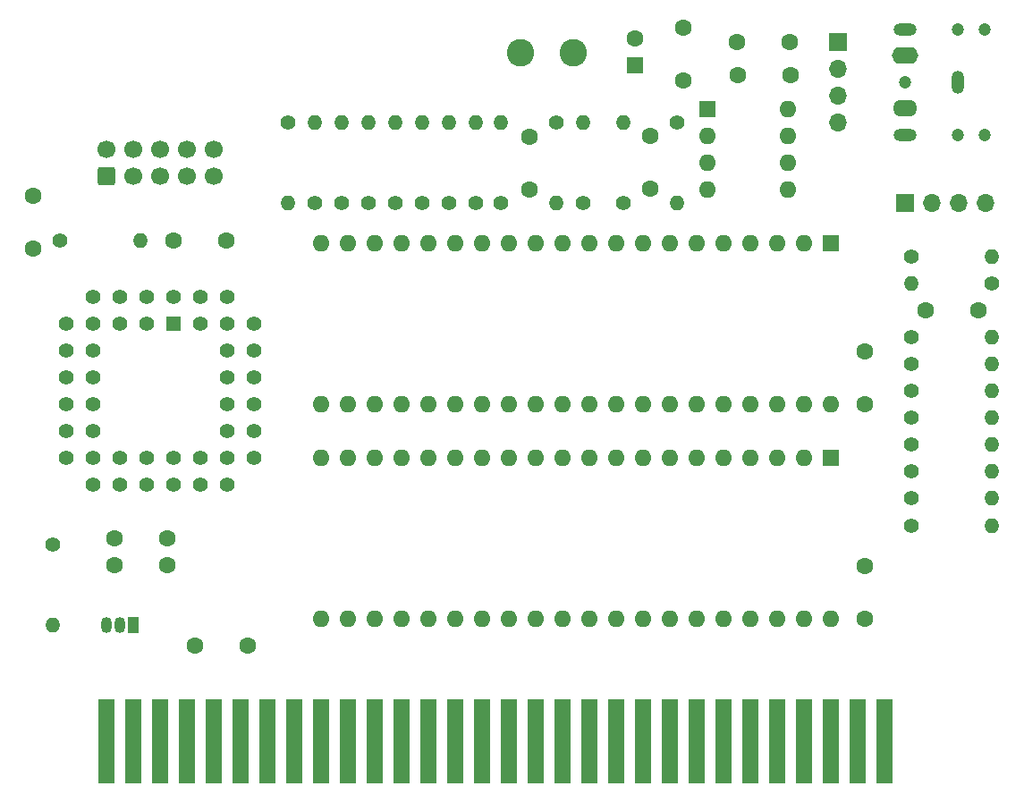
<source format=gbs>
%TF.GenerationSoftware,KiCad,Pcbnew,8.0.1*%
%TF.CreationDate,2024-04-10T12:09:54+07:00*%
%TF.ProjectId,TS_Ext_EPM3032,54535f45-7874-45f4-9550-4d333033322e,1.4*%
%TF.SameCoordinates,Original*%
%TF.FileFunction,Soldermask,Bot*%
%TF.FilePolarity,Negative*%
%FSLAX46Y46*%
G04 Gerber Fmt 4.6, Leading zero omitted, Abs format (unit mm)*
G04 Created by KiCad (PCBNEW 8.0.1) date 2024-04-10 12:09:54*
%MOMM*%
%LPD*%
G01*
G04 APERTURE LIST*
G04 Aperture macros list*
%AMRoundRect*
0 Rectangle with rounded corners*
0 $1 Rounding radius*
0 $2 $3 $4 $5 $6 $7 $8 $9 X,Y pos of 4 corners*
0 Add a 4 corners polygon primitive as box body*
4,1,4,$2,$3,$4,$5,$6,$7,$8,$9,$2,$3,0*
0 Add four circle primitives for the rounded corners*
1,1,$1+$1,$2,$3*
1,1,$1+$1,$4,$5*
1,1,$1+$1,$6,$7*
1,1,$1+$1,$8,$9*
0 Add four rect primitives between the rounded corners*
20,1,$1+$1,$2,$3,$4,$5,0*
20,1,$1+$1,$4,$5,$6,$7,0*
20,1,$1+$1,$6,$7,$8,$9,0*
20,1,$1+$1,$8,$9,$2,$3,0*%
G04 Aperture macros list end*
%ADD10R,1.422400X1.422400*%
%ADD11C,1.422400*%
%ADD12C,1.200000*%
%ADD13O,2.200000X1.200000*%
%ADD14O,2.300000X1.600000*%
%ADD15O,1.200000X2.200000*%
%ADD16O,2.500000X1.600000*%
%ADD17RoundRect,0.250000X0.600000X-0.600000X0.600000X0.600000X-0.600000X0.600000X-0.600000X-0.600000X0*%
%ADD18C,1.700000*%
%ADD19C,1.600000*%
%ADD20R,1.050000X1.500000*%
%ADD21O,1.050000X1.500000*%
%ADD22C,1.400000*%
%ADD23O,1.400000X1.400000*%
%ADD24R,1.600000X1.600000*%
%ADD25O,1.600000X1.600000*%
%ADD26R,1.600000X8.000000*%
%ADD27C,2.600000*%
%ADD28R,1.700000X1.700000*%
%ADD29O,1.700000X1.700000*%
G04 APERTURE END LIST*
D10*
%TO.C,U1*%
X43180000Y-55880000D03*
D11*
X40640000Y-53340000D03*
X40640000Y-55880000D03*
X38100000Y-53340000D03*
X38100000Y-55880000D03*
X35560000Y-53340000D03*
X33020000Y-55880000D03*
X35560000Y-55880000D03*
X33020000Y-58420000D03*
X35560000Y-58420000D03*
X33020000Y-60960000D03*
X35560000Y-60960000D03*
X33020000Y-63500000D03*
X35560000Y-63500000D03*
X33020000Y-66040000D03*
X35560000Y-66040000D03*
X33020000Y-68580000D03*
X35560000Y-71120000D03*
X35560000Y-68580000D03*
X38100000Y-71120000D03*
X38100000Y-68580000D03*
X40640000Y-71120000D03*
X40640000Y-68580000D03*
X43180000Y-71120000D03*
X43180000Y-68580000D03*
X45720000Y-71120000D03*
X45720000Y-68580000D03*
X48260000Y-71120000D03*
X50800000Y-68580000D03*
X48260000Y-68580000D03*
X50800000Y-66040000D03*
X48260000Y-66040000D03*
X50800000Y-63500000D03*
X48260000Y-63500000D03*
X50800000Y-60960000D03*
X48260000Y-60960000D03*
X50800000Y-58420000D03*
X48260000Y-58420000D03*
X50800000Y-55880000D03*
X48260000Y-53340000D03*
X48260000Y-55880000D03*
X45720000Y-53340000D03*
X45720000Y-55880000D03*
X43180000Y-53340000D03*
%TD*%
D12*
%TO.C,J5*%
X117420000Y-38020000D03*
X119920000Y-38020000D03*
X112420000Y-33020000D03*
X117420000Y-28020000D03*
X119920000Y-28020000D03*
D13*
X112420000Y-38020000D03*
D14*
X112420000Y-35520000D03*
D15*
X117420000Y-33020000D03*
D13*
X112420000Y-28020000D03*
D16*
X112420000Y-30520000D03*
%TD*%
D17*
%TO.C,J1*%
X36830000Y-41910000D03*
D18*
X36830000Y-39370000D03*
X39370000Y-41910000D03*
X39370000Y-39370000D03*
X41910000Y-41910000D03*
X41910000Y-39370000D03*
X44450000Y-41910000D03*
X44450000Y-39370000D03*
X46990000Y-41910000D03*
X46990000Y-39370000D03*
%TD*%
D19*
%TO.C,C4*%
X108585000Y-83820000D03*
X108585000Y-78820000D03*
%TD*%
D20*
%TO.C,Q1*%
X39370000Y-84455000D03*
D21*
X38100000Y-84455000D03*
X36830000Y-84455000D03*
%TD*%
D22*
%TO.C,R21*%
X90805000Y-36830000D03*
D23*
X90805000Y-44450000D03*
%TD*%
D24*
%TO.C,U4*%
X105410000Y-68580000D03*
D25*
X102870000Y-68580000D03*
X100330000Y-68580000D03*
X97790000Y-68580000D03*
X95250000Y-68580000D03*
X92710000Y-68580000D03*
X90170000Y-68580000D03*
X87630000Y-68580000D03*
X85090000Y-68580000D03*
X82550000Y-68580000D03*
X80010000Y-68580000D03*
X77470000Y-68580000D03*
X74930000Y-68580000D03*
X72390000Y-68580000D03*
X69850000Y-68580000D03*
X67310000Y-68580000D03*
X64770000Y-68580000D03*
X62230000Y-68580000D03*
X59690000Y-68580000D03*
X57150000Y-68580000D03*
X57150000Y-83820000D03*
X59690000Y-83820000D03*
X62230000Y-83820000D03*
X64770000Y-83820000D03*
X67310000Y-83820000D03*
X69850000Y-83820000D03*
X72390000Y-83820000D03*
X74930000Y-83820000D03*
X77470000Y-83820000D03*
X80010000Y-83820000D03*
X82550000Y-83820000D03*
X85090000Y-83820000D03*
X87630000Y-83820000D03*
X90170000Y-83820000D03*
X92710000Y-83820000D03*
X95250000Y-83820000D03*
X97790000Y-83820000D03*
X100330000Y-83820000D03*
X102870000Y-83820000D03*
X105410000Y-83820000D03*
%TD*%
D26*
%TO.C,J3*%
X36830000Y-95478600D03*
X39370000Y-95478600D03*
X41910000Y-95478600D03*
X44450000Y-95478600D03*
X46990000Y-95478600D03*
X49530000Y-95478600D03*
X52070000Y-95478600D03*
X54610000Y-95478600D03*
X57150000Y-95478600D03*
X59690000Y-95478600D03*
X62230000Y-95478600D03*
X64770000Y-95478600D03*
X67310000Y-95478600D03*
X69850000Y-95478600D03*
X72390000Y-95478600D03*
X74930000Y-95478600D03*
X77470000Y-95478600D03*
X80010000Y-95478600D03*
X82550000Y-95478600D03*
X85090000Y-95478600D03*
X87630000Y-95478600D03*
X90170000Y-95478600D03*
X92710000Y-95478600D03*
X95250000Y-95478600D03*
X97790000Y-95478600D03*
X100330000Y-95478600D03*
X102870000Y-95478600D03*
X105410000Y-95478600D03*
X107950000Y-95478600D03*
X110490000Y-95478600D03*
%TD*%
D22*
%TO.C,R2*%
X53975000Y-36830000D03*
D23*
X53975000Y-44450000D03*
%TD*%
D22*
%TO.C,R16*%
X113030000Y-72390000D03*
D23*
X120650000Y-72390000D03*
%TD*%
D22*
%TO.C,R22*%
X85725000Y-44450000D03*
D23*
X85725000Y-36830000D03*
%TD*%
D19*
%TO.C,C8*%
X29845000Y-48815000D03*
X29845000Y-43815000D03*
%TD*%
D22*
%TO.C,R25*%
X31750000Y-76835000D03*
D23*
X31750000Y-84455000D03*
%TD*%
D24*
%TO.C,U5*%
X93726000Y-35560000D03*
D25*
X93726000Y-38100000D03*
X93726000Y-40640000D03*
X93726000Y-43180000D03*
X101346000Y-43180000D03*
X101346000Y-40640000D03*
X101346000Y-38100000D03*
X101346000Y-35560000D03*
%TD*%
D22*
%TO.C,R24*%
X113030000Y-49530000D03*
D23*
X120650000Y-49530000D03*
%TD*%
D27*
%TO.C,L1*%
X81026000Y-30226000D03*
X76026000Y-30226000D03*
%TD*%
D22*
%TO.C,R11*%
X113030000Y-59690000D03*
D23*
X120650000Y-59690000D03*
%TD*%
D24*
%TO.C,U3*%
X105410000Y-48260000D03*
D25*
X102870000Y-48260000D03*
X100330000Y-48260000D03*
X97790000Y-48260000D03*
X95250000Y-48260000D03*
X92710000Y-48260000D03*
X90170000Y-48260000D03*
X87630000Y-48260000D03*
X85090000Y-48260000D03*
X82550000Y-48260000D03*
X80010000Y-48260000D03*
X77470000Y-48260000D03*
X74930000Y-48260000D03*
X72390000Y-48260000D03*
X69850000Y-48260000D03*
X67310000Y-48260000D03*
X64770000Y-48260000D03*
X62230000Y-48260000D03*
X59690000Y-48260000D03*
X57150000Y-48260000D03*
X57150000Y-63500000D03*
X59690000Y-63500000D03*
X62230000Y-63500000D03*
X64770000Y-63500000D03*
X67310000Y-63500000D03*
X69850000Y-63500000D03*
X72390000Y-63500000D03*
X74930000Y-63500000D03*
X77470000Y-63500000D03*
X80010000Y-63500000D03*
X82550000Y-63500000D03*
X85090000Y-63500000D03*
X87630000Y-63500000D03*
X90170000Y-63500000D03*
X92710000Y-63500000D03*
X95250000Y-63500000D03*
X97790000Y-63500000D03*
X100330000Y-63500000D03*
X102870000Y-63500000D03*
X105410000Y-63500000D03*
%TD*%
D28*
%TO.C,J4*%
X106045000Y-29220000D03*
D29*
X106045000Y-31760000D03*
X106045000Y-34300000D03*
X106045000Y-36840000D03*
%TD*%
D19*
%TO.C,C5*%
X50165000Y-86360000D03*
X45165000Y-86360000D03*
%TD*%
D24*
%TO.C,C1*%
X86868000Y-31431113D03*
D19*
X86868000Y-28931113D03*
%TD*%
D22*
%TO.C,R8*%
X71755000Y-44450000D03*
D23*
X71755000Y-36830000D03*
%TD*%
D22*
%TO.C,R12*%
X113030000Y-62230000D03*
D23*
X120650000Y-62230000D03*
%TD*%
D22*
%TO.C,R13*%
X113030000Y-64770000D03*
D23*
X120650000Y-64770000D03*
%TD*%
D19*
%TO.C,C6*%
X42545000Y-78740000D03*
X37545000Y-78740000D03*
%TD*%
%TO.C,C9*%
X42545000Y-76200000D03*
X37545000Y-76200000D03*
%TD*%
D22*
%TO.C,R18*%
X56515000Y-44450000D03*
D23*
X56515000Y-36830000D03*
%TD*%
D22*
%TO.C,R15*%
X113030000Y-69850000D03*
D23*
X120650000Y-69850000D03*
%TD*%
D19*
%TO.C,C7*%
X43180000Y-48006000D03*
X48180000Y-48006000D03*
%TD*%
%TO.C,C12*%
X88265000Y-38100000D03*
X88265000Y-43100000D03*
%TD*%
D22*
%TO.C,R9*%
X74168000Y-44450000D03*
D23*
X74168000Y-36830000D03*
%TD*%
D22*
%TO.C,R7*%
X69215000Y-44450000D03*
D23*
X69215000Y-36830000D03*
%TD*%
D22*
%TO.C,R6*%
X66675000Y-44450000D03*
D23*
X66675000Y-36830000D03*
%TD*%
D19*
%TO.C,C2*%
X91440000Y-32893000D03*
X91440000Y-27893000D03*
%TD*%
%TO.C,C11*%
X119380000Y-54610000D03*
X114380000Y-54610000D03*
%TD*%
D22*
%TO.C,R14*%
X113030000Y-67310000D03*
D23*
X120650000Y-67310000D03*
%TD*%
D22*
%TO.C,R4*%
X61595000Y-44450000D03*
D23*
X61595000Y-36830000D03*
%TD*%
D19*
%TO.C,C3*%
X108585000Y-63500000D03*
X108585000Y-58500000D03*
%TD*%
D22*
%TO.C,R23*%
X81915000Y-44450000D03*
D23*
X81915000Y-36830000D03*
%TD*%
D22*
%TO.C,R10*%
X113030000Y-57150000D03*
D23*
X120650000Y-57150000D03*
%TD*%
D19*
%TO.C,C13*%
X96520000Y-29210000D03*
X101520000Y-29210000D03*
%TD*%
D28*
%TO.C,J2*%
X112395000Y-44450000D03*
D29*
X114935000Y-44450000D03*
X117475000Y-44450000D03*
X120015000Y-44450000D03*
%TD*%
D22*
%TO.C,R3*%
X59055000Y-44450000D03*
D23*
X59055000Y-36830000D03*
%TD*%
D22*
%TO.C,R17*%
X113030000Y-75057000D03*
D23*
X120650000Y-75057000D03*
%TD*%
D22*
%TO.C,R1*%
X32385000Y-48006000D03*
D23*
X40005000Y-48006000D03*
%TD*%
D19*
%TO.C,C14*%
X101600000Y-32385000D03*
X96600000Y-32385000D03*
%TD*%
D22*
%TO.C,R5*%
X64135000Y-44450000D03*
D23*
X64135000Y-36830000D03*
%TD*%
D22*
%TO.C,R20*%
X120650000Y-52070000D03*
D23*
X113030000Y-52070000D03*
%TD*%
D22*
%TO.C,R19*%
X79375000Y-36830000D03*
D23*
X79375000Y-44450000D03*
%TD*%
D19*
%TO.C,C10*%
X76835000Y-43180000D03*
X76835000Y-38180000D03*
%TD*%
M02*

</source>
